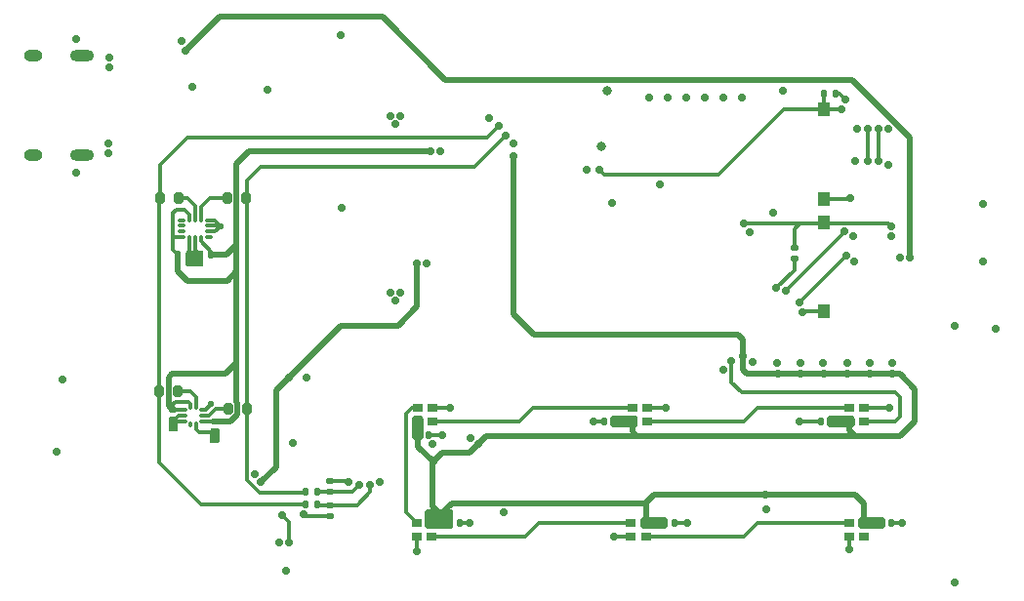
<source format=gbr>
%TF.GenerationSoftware,KiCad,Pcbnew,8.0.8-8.0.8-0~ubuntu24.04.1*%
%TF.CreationDate,2025-05-06T14:12:00+03:00*%
%TF.ProjectId,kicad_soundcard_dev_v0,6b696361-645f-4736-9f75-6e6463617264,rev?*%
%TF.SameCoordinates,Original*%
%TF.FileFunction,Copper,L4,Bot*%
%TF.FilePolarity,Positive*%
%FSLAX46Y46*%
G04 Gerber Fmt 4.6, Leading zero omitted, Abs format (unit mm)*
G04 Created by KiCad (PCBNEW 8.0.8-8.0.8-0~ubuntu24.04.1) date 2025-05-06 14:12:00*
%MOMM*%
%LPD*%
G01*
G04 APERTURE LIST*
G04 Aperture macros list*
%AMRoundRect*
0 Rectangle with rounded corners*
0 $1 Rounding radius*
0 $2 $3 $4 $5 $6 $7 $8 $9 X,Y pos of 4 corners*
0 Add a 4 corners polygon primitive as box body*
4,1,4,$2,$3,$4,$5,$6,$7,$8,$9,$2,$3,0*
0 Add four circle primitives for the rounded corners*
1,1,$1+$1,$2,$3*
1,1,$1+$1,$4,$5*
1,1,$1+$1,$6,$7*
1,1,$1+$1,$8,$9*
0 Add four rect primitives between the rounded corners*
20,1,$1+$1,$2,$3,$4,$5,0*
20,1,$1+$1,$4,$5,$6,$7,0*
20,1,$1+$1,$6,$7,$8,$9,0*
20,1,$1+$1,$8,$9,$2,$3,0*%
G04 Aperture macros list end*
%TA.AperFunction,SMDPad,CuDef*%
%ADD10RoundRect,0.200000X-0.200000X-0.275000X0.200000X-0.275000X0.200000X0.275000X-0.200000X0.275000X0*%
%TD*%
%TA.AperFunction,SMDPad,CuDef*%
%ADD11RoundRect,0.200000X0.200000X0.275000X-0.200000X0.275000X-0.200000X-0.275000X0.200000X-0.275000X0*%
%TD*%
%TA.AperFunction,HeatsinkPad*%
%ADD12O,2.100000X1.000000*%
%TD*%
%TA.AperFunction,HeatsinkPad*%
%ADD13O,1.600000X1.000000*%
%TD*%
%TA.AperFunction,SMDPad,CuDef*%
%ADD14RoundRect,0.140000X0.170000X-0.140000X0.170000X0.140000X-0.170000X0.140000X-0.170000X-0.140000X0*%
%TD*%
%TA.AperFunction,SMDPad,CuDef*%
%ADD15RoundRect,0.050000X-0.350000X-0.300000X0.350000X-0.300000X0.350000X0.300000X-0.350000X0.300000X0*%
%TD*%
%TA.AperFunction,SMDPad,CuDef*%
%ADD16RoundRect,0.140000X-0.140000X-0.170000X0.140000X-0.170000X0.140000X0.170000X-0.140000X0.170000X0*%
%TD*%
%TA.AperFunction,SMDPad,CuDef*%
%ADD17RoundRect,0.135000X0.135000X0.185000X-0.135000X0.185000X-0.135000X-0.185000X0.135000X-0.185000X0*%
%TD*%
%TA.AperFunction,SMDPad,CuDef*%
%ADD18RoundRect,0.050000X0.350000X0.300000X-0.350000X0.300000X-0.350000X-0.300000X0.350000X-0.300000X0*%
%TD*%
%TA.AperFunction,SMDPad,CuDef*%
%ADD19RoundRect,0.140000X-0.170000X0.140000X-0.170000X-0.140000X0.170000X-0.140000X0.170000X0.140000X0*%
%TD*%
%TA.AperFunction,SMDPad,CuDef*%
%ADD20RoundRect,0.140000X0.140000X0.170000X-0.140000X0.170000X-0.140000X-0.170000X0.140000X-0.170000X0*%
%TD*%
%TA.AperFunction,SMDPad,CuDef*%
%ADD21R,1.000000X1.250000*%
%TD*%
%TA.AperFunction,SMDPad,CuDef*%
%ADD22RoundRect,0.087500X0.087500X0.225000X-0.087500X0.225000X-0.087500X-0.225000X0.087500X-0.225000X0*%
%TD*%
%TA.AperFunction,SMDPad,CuDef*%
%ADD23RoundRect,0.087500X0.225000X0.087500X-0.225000X0.087500X-0.225000X-0.087500X0.225000X-0.087500X0*%
%TD*%
%TA.AperFunction,SMDPad,CuDef*%
%ADD24RoundRect,0.087500X-0.087500X0.125000X-0.087500X-0.125000X0.087500X-0.125000X0.087500X0.125000X0*%
%TD*%
%TA.AperFunction,SMDPad,CuDef*%
%ADD25RoundRect,0.087500X-0.125000X0.087500X-0.125000X-0.087500X0.125000X-0.087500X0.125000X0.087500X0*%
%TD*%
%TA.AperFunction,ViaPad*%
%ADD26C,0.700000*%
%TD*%
%TA.AperFunction,ViaPad*%
%ADD27C,0.800000*%
%TD*%
%TA.AperFunction,ViaPad*%
%ADD28C,0.550000*%
%TD*%
%TA.AperFunction,Conductor*%
%ADD29C,0.300000*%
%TD*%
%TA.AperFunction,Conductor*%
%ADD30C,0.500000*%
%TD*%
%TA.AperFunction,Conductor*%
%ADD31C,0.150000*%
%TD*%
%TA.AperFunction,Conductor*%
%ADD32C,0.349300*%
%TD*%
G04 APERTURE END LIST*
D10*
%TO.P,R304,1*%
%TO.N,Net-(U302-SDA)*%
X157875000Y-94800000D03*
%TO.P,R304,2*%
%TO.N,I2C_SDA*%
X159525000Y-94800000D03*
%TD*%
D11*
%TO.P,R303,2*%
%TO.N,I2C_SCL*%
X151875000Y-93300000D03*
%TO.P,R303,1*%
%TO.N,Net-(U302-SCL)*%
X153525000Y-93300000D03*
%TD*%
%TO.P,R302,1*%
%TO.N,Net-(U301-SCL)*%
X153600000Y-76500000D03*
%TO.P,R302,2*%
%TO.N,I2C_SCL*%
X151950000Y-76500000D03*
%TD*%
D10*
%TO.P,R301,1*%
%TO.N,Net-(U301-SDA)*%
X157775000Y-76500000D03*
%TO.P,R301,2*%
%TO.N,I2C_SDA*%
X159425000Y-76500000D03*
%TD*%
D12*
%TO.P,J101,S1,SHIELD*%
%TO.N,/Power/USB_shield_disconnect*%
X145170000Y-64180000D03*
D13*
X140990000Y-64180000D03*
D12*
X145170000Y-72820000D03*
D13*
X140990000Y-72820000D03*
%TD*%
D14*
%TO.P,C414,1*%
%TO.N,GND*%
X166650000Y-104130000D03*
%TO.P,C414,2*%
%TO.N,/Audio CODEC/ES8388_I2C_CCLK*%
X166650000Y-103170000D03*
%TD*%
D15*
%TO.P,D302,1,VDD*%
%TO.N,+3.3V*%
X194100000Y-104700000D03*
%TO.P,D302,2,DOUT*%
%TO.N,/sense_feedback/WS2812B_Chain2*%
X194100000Y-105900000D03*
%TO.P,D302,3,GND*%
%TO.N,GND*%
X192800000Y-105900000D03*
%TO.P,D302,4,DIN*%
%TO.N,/sense_feedback/WS2812B_Chain1*%
X192800000Y-104700000D03*
%TD*%
D16*
%TO.P,C305,1*%
%TO.N,GND*%
X190520000Y-95900000D03*
%TO.P,C305,2*%
%TO.N,+3.3V*%
X191480000Y-95900000D03*
%TD*%
D17*
%TO.P,R409,1*%
%TO.N,/Audio CODEC/ES8388_I2C_CCLK*%
X165610000Y-103150000D03*
%TO.P,R409,2*%
%TO.N,I2C_SCL*%
X164590000Y-103150000D03*
%TD*%
D18*
%TO.P,D306,1,VDD*%
%TO.N,+3.3V*%
X174300000Y-95900000D03*
%TO.P,D306,2,DOUT*%
%TO.N,/sense_feedback/WS2812B_Chain3*%
X174300000Y-94700000D03*
%TO.P,D306,3,GND*%
%TO.N,GND*%
X175600000Y-94700000D03*
%TO.P,D306,4,DIN*%
%TO.N,/sense_feedback/WS2812B_Chain5*%
X175600000Y-95900000D03*
%TD*%
%TO.P,D304,1,VDD*%
%TO.N,+3.3V*%
X211700000Y-95900000D03*
%TO.P,D304,2,DOUT*%
%TO.N,/sense_feedback/WS2812B_Chain4*%
X211700000Y-94700000D03*
%TO.P,D304,3,GND*%
%TO.N,GND*%
X213000000Y-94700000D03*
%TO.P,D304,4,DIN*%
%TO.N,WS2812B_D*%
X213000000Y-95900000D03*
%TD*%
D19*
%TO.P,C309,2*%
%TO.N,GND*%
X156700000Y-96880000D03*
%TO.P,C309,1*%
%TO.N,+3.3V*%
X156700000Y-95920000D03*
%TD*%
%TO.P,C413,1*%
%TO.N,GND*%
X166650000Y-101070000D03*
%TO.P,C413,2*%
%TO.N,/Audio CODEC/ES8388_I2C_CDATA*%
X166650000Y-102030000D03*
%TD*%
%TO.P,C203,1*%
%TO.N,/MCU/STRAP_GPIO_9*%
X206950000Y-80820000D03*
%TO.P,C203,2*%
%TO.N,GND*%
X206950000Y-81780000D03*
%TD*%
D16*
%TO.P,C308,2*%
%TO.N,+3.3V*%
X156380000Y-81475000D03*
%TO.P,C308,1*%
%TO.N,GND*%
X155420000Y-81475000D03*
%TD*%
D20*
%TO.P,C302,1*%
%TO.N,GND*%
X196580000Y-104700000D03*
%TO.P,C302,2*%
%TO.N,+3.3V*%
X195620000Y-104700000D03*
%TD*%
D16*
%TO.P,C304,1*%
%TO.N,GND*%
X209320000Y-95900000D03*
%TO.P,C304,2*%
%TO.N,+3.3V*%
X210280000Y-95900000D03*
%TD*%
D21*
%TO.P,SW201,1,1*%
%TO.N,GND*%
X209550000Y-86375000D03*
%TO.P,SW201,2,2*%
%TO.N,/MCU/STRAP_GPIO_9*%
X209550000Y-78625000D03*
%TD*%
D20*
%TO.P,C301,1*%
%TO.N,GND*%
X177980000Y-104700000D03*
%TO.P,C301,2*%
%TO.N,+3.3V*%
X177020000Y-104700000D03*
%TD*%
D22*
%TO.P,U301,14,SDA*%
%TO.N,Net-(U301-SDA)*%
X155500000Y-78275000D03*
%TO.P,U301,13,SCL*%
%TO.N,Net-(U301-SCL)*%
X155000000Y-78275000D03*
%TO.P,U301,12,CS*%
%TO.N,+3.3V*%
X154500000Y-78275000D03*
D23*
%TO.P,U301,11,NC*%
%TO.N,unconnected-(U301-NC-Pad11)*%
X153837500Y-78437500D03*
%TO.P,U301,10,NC*%
%TO.N,unconnected-(U301-NC-Pad10)*%
X153837500Y-78937500D03*
%TO.P,U301,9,INT2*%
%TO.N,unconnected-(U301-INT2-Pad9)*%
X153837500Y-79437500D03*
%TO.P,U301,8,VDD*%
%TO.N,+3.3V*%
X153837500Y-79937500D03*
D22*
%TO.P,U301,7,GND*%
%TO.N,GND*%
X154500000Y-80100000D03*
%TO.P,U301,6,GND*%
X155000000Y-80100000D03*
%TO.P,U301,5,VDDIO*%
%TO.N,+3.3V*%
X155500000Y-80100000D03*
D23*
%TO.P,U301,4,INT1*%
%TO.N,unconnected-(U301-INT1-Pad4)*%
X156162500Y-79937500D03*
%TO.P,U301,3,SCX*%
%TO.N,GND*%
X156162500Y-79437500D03*
%TO.P,U301,2,SDX*%
X156162500Y-78937500D03*
%TO.P,U301,1,SDO/SA0*%
X156162500Y-78437500D03*
%TD*%
D17*
%TO.P,R410,1*%
%TO.N,/Audio CODEC/ES8388_I2C_CDATA*%
X165610000Y-102000000D03*
%TO.P,R410,2*%
%TO.N,I2C_SDA*%
X164590000Y-102000000D03*
%TD*%
D21*
%TO.P,SW202,1,1*%
%TO.N,GND*%
X209550000Y-76575000D03*
%TO.P,SW202,2,2*%
%TO.N,/MCU/CHIP_PU*%
X209550000Y-68825000D03*
%TD*%
D18*
%TO.P,D305,1,VDD*%
%TO.N,+3.3V*%
X192900000Y-95900000D03*
%TO.P,D305,2,DOUT*%
%TO.N,/sense_feedback/WS2812B_Chain5*%
X192900000Y-94700000D03*
%TO.P,D305,3,GND*%
%TO.N,GND*%
X194200000Y-94700000D03*
%TO.P,D305,4,DIN*%
%TO.N,/sense_feedback/WS2812B_Chain4*%
X194200000Y-95900000D03*
%TD*%
D15*
%TO.P,D301,1,VDD*%
%TO.N,+3.3V*%
X175500000Y-104700000D03*
%TO.P,D301,2,DOUT*%
%TO.N,/sense_feedback/WS2812B_Chain1*%
X175500000Y-105900000D03*
%TO.P,D301,3,GND*%
%TO.N,GND*%
X174200000Y-105900000D03*
%TO.P,D301,4,DIN*%
%TO.N,/sense_feedback/WS2812B_Chain3*%
X174200000Y-104700000D03*
%TD*%
%TO.P,D303,1,VDD*%
%TO.N,+3.3V*%
X213000000Y-104700000D03*
%TO.P,D303,2,DOUT*%
%TO.N,unconnected-(D303-DOUT-Pad2)*%
X213000000Y-105900000D03*
%TO.P,D303,3,GND*%
%TO.N,GND*%
X211700000Y-105900000D03*
%TO.P,D303,4,DIN*%
%TO.N,/sense_feedback/WS2812B_Chain2*%
X211700000Y-104700000D03*
%TD*%
D24*
%TO.P,U302,1,CSB*%
%TO.N,+3.3V*%
X154612500Y-94637500D03*
%TO.P,U302,2,SCL*%
%TO.N,Net-(U302-SCL)*%
X155112500Y-94637500D03*
D25*
%TO.P,U302,3,VSS*%
%TO.N,GND*%
X155625000Y-94900000D03*
%TO.P,U302,4,SDA*%
%TO.N,Net-(U302-SDA)*%
X155625000Y-95400000D03*
%TO.P,U302,5,VDD*%
%TO.N,+3.3V*%
X155625000Y-95900000D03*
D24*
%TO.P,U302,6,SD0*%
%TO.N,GND*%
X155112500Y-96162500D03*
%TO.P,U302,7,INT*%
%TO.N,unconnected-(U302-INT-Pad7)*%
X154612500Y-96162500D03*
D25*
%TO.P,U302,8,RESV*%
%TO.N,GND*%
X154100000Y-95900000D03*
%TO.P,U302,9,RESV*%
X154100000Y-95400000D03*
%TO.P,U302,10,VDDIO*%
%TO.N,+3.3V*%
X154100000Y-94900000D03*
%TD*%
D20*
%TO.P,C303,1*%
%TO.N,GND*%
X215380000Y-104700000D03*
%TO.P,C303,2*%
%TO.N,+3.3V*%
X214420000Y-104700000D03*
%TD*%
%TO.P,C306,1*%
%TO.N,GND*%
X175280000Y-97100000D03*
%TO.P,C306,2*%
%TO.N,+3.3V*%
X174320000Y-97100000D03*
%TD*%
D16*
%TO.P,C204,1*%
%TO.N,/MCU/CHIP_PU*%
X209570000Y-67450000D03*
%TO.P,C204,2*%
%TO.N,GND*%
X210530000Y-67450000D03*
%TD*%
D14*
%TO.P,C310,1*%
%TO.N,GND*%
X153100000Y-95880000D03*
%TO.P,C310,2*%
%TO.N,+3.3V*%
X153100000Y-94920000D03*
%TD*%
D16*
%TO.P,C307,2*%
%TO.N,GND*%
X154480000Y-81475000D03*
%TO.P,C307,1*%
%TO.N,+3.3V*%
X153520000Y-81475000D03*
%TD*%
D26*
%TO.N,GND*%
X189510000Y-95910000D03*
X200800000Y-91400000D03*
X206000000Y-67200000D03*
X202400000Y-67800000D03*
X200800000Y-67800000D03*
X199200000Y-67800000D03*
X197600000Y-67800000D03*
X196000000Y-67800000D03*
X194400000Y-67800000D03*
X205150000Y-77800000D03*
X195300000Y-75300000D03*
X191150000Y-76950000D03*
X211800000Y-76550000D03*
%TO.N,+3.3V*%
X182600000Y-72900000D03*
%TO.N,GND*%
X207400000Y-95900000D03*
X176300000Y-72500000D03*
%TO.N,+3.3V*%
X175400000Y-72500000D03*
%TO.N,GND*%
X180500000Y-69600000D03*
X182600000Y-71800000D03*
%TO.N,I2C_SCL*%
X181350000Y-70250000D03*
%TO.N,I2C_SDA*%
X181900000Y-71100000D03*
%TO.N,VBUS*%
X217000000Y-81650000D03*
X154150000Y-63700000D03*
%TO.N,GND*%
X162912500Y-108900000D03*
D27*
X190750000Y-67200000D03*
D26*
X147500000Y-72600000D03*
X205400000Y-84300000D03*
X163500000Y-97750000D03*
X174200000Y-107200000D03*
X175600000Y-97900000D03*
X207525000Y-90800000D03*
X167650000Y-62350000D03*
X212100000Y-79800000D03*
X220900000Y-109900000D03*
X144650000Y-62700000D03*
X153800000Y-62900000D03*
X172350000Y-85400000D03*
X160189998Y-100519998D03*
X143000000Y-98500000D03*
X178909481Y-97313792D03*
X181750000Y-103775000D03*
X164675000Y-92075000D03*
X171950000Y-69400000D03*
X203075000Y-79525000D03*
X213525000Y-90800000D03*
X204500000Y-103500000D03*
X216300000Y-104700000D03*
X212450000Y-70500000D03*
X188950000Y-74050000D03*
X167700000Y-77400000D03*
X211700000Y-107000000D03*
D27*
X190200000Y-72000000D03*
D28*
X156400000Y-94400000D03*
D26*
X143480000Y-92280000D03*
X209475000Y-90800000D03*
X223350000Y-77000000D03*
X175100000Y-82200000D03*
X171000000Y-101150000D03*
D28*
X156700000Y-97500000D03*
X153100000Y-96500000D03*
D26*
X154750000Y-66900000D03*
D28*
X155000000Y-82075000D03*
D26*
X215400000Y-79800000D03*
X220910000Y-87640000D03*
X147550000Y-65200000D03*
X178800000Y-104700000D03*
X147500000Y-71799997D03*
X203380000Y-90720000D03*
X172750000Y-69400000D03*
X224470000Y-87870000D03*
X215200000Y-94700000D03*
X147550000Y-64300000D03*
X223350000Y-82050000D03*
X164412500Y-104000000D03*
X197700000Y-104700000D03*
X215150000Y-73650000D03*
X212200000Y-73350000D03*
X172350000Y-70100000D03*
X161300000Y-67150000D03*
X144650000Y-74300000D03*
X171950000Y-84700000D03*
X207700000Y-86400000D03*
X172750000Y-84700000D03*
X195800000Y-94700000D03*
X215150000Y-70500000D03*
X211400000Y-68000000D03*
X211525000Y-90800000D03*
X176400000Y-97100000D03*
X216100000Y-81700000D03*
D28*
X157200000Y-78975000D03*
D26*
X191300000Y-105900000D03*
X177100000Y-94700000D03*
X212163740Y-82030993D03*
X215500000Y-90800000D03*
X205500000Y-90800000D03*
X168275001Y-101125000D03*
X162250000Y-106450000D03*
%TO.N,+3.3VA*%
X163125000Y-92075000D03*
X174250000Y-82200000D03*
X160700000Y-101200000D03*
%TO.N,+3.3V*%
X207525000Y-91775000D03*
X215500000Y-91800000D03*
X209500000Y-91775000D03*
X204475000Y-102275000D03*
X211525000Y-91800000D03*
X179525000Y-97900000D03*
X213525000Y-91800000D03*
X175625000Y-99425000D03*
X202500000Y-90220000D03*
X176300000Y-104000000D03*
X205525000Y-91775000D03*
%TO.N,/MCU/STRAP_GPIO_9*%
X215350000Y-78950000D03*
X202550000Y-78750000D03*
%TO.N,/MCU/CHIP_PU*%
X190050000Y-74050000D03*
X211050000Y-68800000D03*
%TO.N,/Audio CODEC/AUX_VREF*%
X162575000Y-104025000D03*
X163150000Y-106450000D03*
%TO.N,/Audio CODEC/ES8388_I2C_CDATA*%
X169250000Y-101450000D03*
%TO.N,/Audio CODEC/ES8388_I2C_CCLK*%
X170175000Y-101425000D03*
%TO.N,/MCU/FTDI_RTS*%
X213350000Y-70500000D03*
X213300000Y-73350000D03*
%TO.N,WS2812B_D*%
X201500000Y-90700000D03*
%TO.N,/MCU/DTR*%
X214300000Y-73300000D03*
X214300000Y-70500000D03*
%TO.N,/MCU/SDIO_DAT2*%
X207400000Y-85600000D03*
X211500000Y-81500000D03*
%TO.N,/MCU/SDIO_DAT3*%
X211300000Y-79400000D03*
X206200000Y-84600000D03*
%TD*%
D29*
%TO.N,GND*%
X189520000Y-95900000D02*
X189510000Y-95910000D01*
X190520000Y-95900000D02*
X189520000Y-95900000D01*
D30*
%TO.N,+3.3V*%
X212200000Y-97200000D02*
X193300000Y-97200000D01*
X179525000Y-97900000D02*
X180225000Y-97200000D01*
X180225000Y-97200000D02*
X193300000Y-97200000D01*
X176300000Y-104000000D02*
X177275000Y-103025000D01*
X177275000Y-103025000D02*
X194055000Y-103025000D01*
X194055000Y-103025000D02*
X194100000Y-102980000D01*
X194100000Y-104700000D02*
X194100000Y-102980000D01*
X194100000Y-102980000D02*
X194805000Y-102275000D01*
X194805000Y-102275000D02*
X204475000Y-102275000D01*
X202500000Y-90220000D02*
X202500000Y-88800000D01*
X182600000Y-86600000D02*
X182600000Y-72900000D01*
X202500000Y-88800000D02*
X202100000Y-88400000D01*
X202100000Y-88400000D02*
X184400000Y-88400000D01*
X184400000Y-88400000D02*
X182600000Y-86600000D01*
X202875000Y-91775000D02*
X205525000Y-91775000D01*
X202500000Y-91400000D02*
X202875000Y-91775000D01*
X202500000Y-90220000D02*
X202500000Y-91400000D01*
D29*
%TO.N,GND*%
X211775000Y-76575000D02*
X211800000Y-76550000D01*
X209550000Y-76575000D02*
X211775000Y-76575000D01*
X210530000Y-67450000D02*
X210850000Y-67450000D01*
X210850000Y-67450000D02*
X211400000Y-68000000D01*
%TO.N,/MCU/CHIP_PU*%
X209570000Y-67450000D02*
X209570000Y-68805000D01*
X209570000Y-68805000D02*
X209550000Y-68825000D01*
%TO.N,GND*%
X209550000Y-86375000D02*
X207725000Y-86375000D01*
X207725000Y-86375000D02*
X207700000Y-86400000D01*
X206950000Y-81780000D02*
X206950000Y-82750000D01*
X206950000Y-82750000D02*
X205400000Y-84300000D01*
%TO.N,/MCU/STRAP_GPIO_9*%
X202550000Y-78750000D02*
X207400000Y-78750000D01*
X207400000Y-78750000D02*
X209550000Y-78750000D01*
X206950000Y-80820000D02*
X206950000Y-79200000D01*
X206950000Y-79200000D02*
X207400000Y-78750000D01*
D30*
%TO.N,+3.3VA*%
X160700000Y-101200000D02*
X162000000Y-99900000D01*
X162000000Y-99900000D02*
X162000000Y-93200000D01*
X162000000Y-93200000D02*
X163125000Y-92075000D01*
X174250000Y-82200000D02*
X174250000Y-85950000D01*
X174250000Y-85950000D02*
X172590000Y-87610000D01*
X172590000Y-87610000D02*
X167590000Y-87610000D01*
X167590000Y-87610000D02*
X163125000Y-92075000D01*
%TO.N,+3.3V*%
X211700000Y-95900000D02*
X211700000Y-96700000D01*
X211700000Y-96700000D02*
X212200000Y-97200000D01*
X212200000Y-97200000D02*
X216100000Y-97200000D01*
X216100000Y-97200000D02*
X217400000Y-95900000D01*
X217400000Y-95900000D02*
X217400000Y-93100000D01*
X217400000Y-93100000D02*
X216100000Y-91800000D01*
X216100000Y-91800000D02*
X215500000Y-91800000D01*
D29*
%TO.N,GND*%
X209320000Y-95900000D02*
X207400000Y-95900000D01*
D30*
%TO.N,+3.3V*%
X176300000Y-104000000D02*
X175600000Y-103300000D01*
X175600000Y-99450000D02*
X175625000Y-99425000D01*
X175600000Y-103300000D02*
X175600000Y-99450000D01*
D29*
%TO.N,WS2812B_D*%
X201500000Y-90700000D02*
X201500000Y-92500000D01*
X201500000Y-92500000D02*
X202400000Y-93400000D01*
X202400000Y-93400000D02*
X215700000Y-93400000D01*
X215700000Y-93400000D02*
X216100000Y-93800000D01*
X216100000Y-93800000D02*
X216100000Y-95500000D01*
X216100000Y-95500000D02*
X215700000Y-95900000D01*
X215700000Y-95900000D02*
X213000000Y-95900000D01*
%TO.N,+3.3V*%
X154500000Y-78275000D02*
X154500000Y-77962501D01*
X154500000Y-77962501D02*
X154037499Y-77500000D01*
X154037499Y-77500000D02*
X153400000Y-77500000D01*
X153100000Y-79900000D02*
X153137500Y-79937500D01*
X153400000Y-77500000D02*
X153100000Y-77800000D01*
X153100000Y-77800000D02*
X153100000Y-79900000D01*
D30*
X158600000Y-80600000D02*
X158600000Y-73600000D01*
X158600000Y-73600000D02*
X159700000Y-72500000D01*
X159700000Y-72500000D02*
X175400000Y-72500000D01*
X153000000Y-91800000D02*
X157600000Y-91800000D01*
X153100000Y-94920000D02*
X152725000Y-94545000D01*
X152725000Y-94545000D02*
X152725000Y-92075000D01*
X152725000Y-92075000D02*
X153000000Y-91800000D01*
X158600000Y-94195930D02*
X158600000Y-90600000D01*
X158600000Y-90600000D02*
X158600000Y-82900000D01*
X157600000Y-91800000D02*
X158600000Y-90800000D01*
X158600000Y-90800000D02*
X158600000Y-90600000D01*
X153520000Y-81784999D02*
X153500000Y-81804999D01*
X158600000Y-82900000D02*
X158600000Y-80600000D01*
X153500000Y-82900000D02*
X154300000Y-83700000D01*
X153520000Y-81475000D02*
X153520000Y-81784999D01*
X153500000Y-81804999D02*
X153500000Y-82900000D01*
X154300000Y-83700000D02*
X157800000Y-83700000D01*
X157800000Y-83700000D02*
X158600000Y-82900000D01*
X156380000Y-81475000D02*
X157725000Y-81475000D01*
X157725000Y-81475000D02*
X158600000Y-80600000D01*
X156700000Y-95920000D02*
X158084070Y-95920000D01*
X158084070Y-95920000D02*
X158675000Y-95329070D01*
X158675000Y-95329070D02*
X158675000Y-94270930D01*
X158675000Y-94270930D02*
X158600000Y-94195930D01*
D29*
%TO.N,I2C_SCL*%
X181350000Y-70250000D02*
X180300000Y-71300000D01*
X180300000Y-71300000D02*
X154300000Y-71300000D01*
X154300000Y-71300000D02*
X151950000Y-73650000D01*
X151950000Y-73650000D02*
X151950000Y-76500000D01*
%TO.N,I2C_SDA*%
X159500000Y-101000000D02*
X159500000Y-94800000D01*
X159500000Y-94800000D02*
X159500000Y-76500000D01*
X159525000Y-94800000D02*
X159500000Y-94800000D01*
X159500000Y-76500000D02*
X159500000Y-75000000D01*
X159425000Y-76500000D02*
X159500000Y-76500000D01*
%TO.N,I2C_SCL*%
X164590000Y-103150000D02*
X155550000Y-103150000D01*
X151875000Y-76575000D02*
X151950000Y-76500000D01*
X155550000Y-103150000D02*
X151875000Y-99475000D01*
X151875000Y-99475000D02*
X151875000Y-76575000D01*
%TO.N,I2C_SDA*%
X164590000Y-102000000D02*
X164520000Y-102070000D01*
X164520000Y-102070000D02*
X160570000Y-102070000D01*
X160570000Y-102070000D02*
X159500000Y-101000000D01*
X179200000Y-73800000D02*
X181900000Y-71100000D01*
X159500000Y-75000000D02*
X160700000Y-73800000D01*
X160700000Y-73800000D02*
X179200000Y-73800000D01*
%TO.N,Net-(U301-SDA)*%
X156300000Y-76500000D02*
X155500000Y-77300000D01*
X157775000Y-76500000D02*
X156300000Y-76500000D01*
X155500000Y-77300000D02*
X155500000Y-78275000D01*
%TO.N,Net-(U301-SCL)*%
X154300000Y-76500000D02*
X155000000Y-77200000D01*
X153600000Y-76500000D02*
X154300000Y-76500000D01*
X155000000Y-77200000D02*
X155000000Y-78275000D01*
%TO.N,Net-(U302-SCL)*%
X153525000Y-93300000D02*
X154600000Y-93300000D01*
X154600000Y-93300000D02*
X155112500Y-93812500D01*
X155112500Y-93812500D02*
X155112500Y-94637500D01*
%TO.N,Net-(U302-SDA)*%
X155625000Y-95400000D02*
X156213173Y-95400000D01*
X156213173Y-95400000D02*
X156813173Y-94800000D01*
X156813173Y-94800000D02*
X157875000Y-94800000D01*
D30*
%TO.N,VBUS*%
X154150000Y-63700000D02*
X154200000Y-63700000D01*
X216950000Y-81150000D02*
X216950000Y-81600000D01*
X154200000Y-63700000D02*
X157100000Y-60800000D01*
X176700000Y-66250000D02*
X211960661Y-66250000D01*
X216950000Y-81600000D02*
X217000000Y-81650000D01*
X157100000Y-60800000D02*
X171250000Y-60800000D01*
X211960661Y-66250000D02*
X216950000Y-71239339D01*
X171250000Y-60800000D02*
X176700000Y-66250000D01*
X216950000Y-71239339D02*
X216950000Y-81150000D01*
D29*
%TO.N,GND*%
X156162500Y-79437500D02*
X156737500Y-79437500D01*
X215380000Y-104700000D02*
X216300000Y-104700000D01*
X174200000Y-105900000D02*
X174200000Y-107200000D01*
X155112500Y-96612500D02*
X155112500Y-96162500D01*
X196580000Y-104700000D02*
X197700000Y-104700000D01*
X194200000Y-94700000D02*
X195800000Y-94700000D01*
X154080000Y-95880000D02*
X154100000Y-95900000D01*
X154500000Y-80100000D02*
X154500000Y-81455000D01*
X166650000Y-101070000D02*
X168220001Y-101070000D01*
X157162500Y-78937500D02*
X157200000Y-78975000D01*
X192800000Y-105900000D02*
X191300000Y-105900000D01*
X166650000Y-104130000D02*
X164542500Y-104130000D01*
X156737500Y-79437500D02*
X157200000Y-78975000D01*
X211700000Y-105900000D02*
X211700000Y-107000000D01*
X154500000Y-81455000D02*
X154480000Y-81475000D01*
X156162500Y-78937500D02*
X157162500Y-78937500D01*
X155000000Y-80100000D02*
X155000000Y-81055000D01*
X177980000Y-104700000D02*
X178800000Y-104700000D01*
X154100000Y-95400000D02*
X153580000Y-95400000D01*
X153580000Y-95400000D02*
X153100000Y-95880000D01*
X156700000Y-96880000D02*
X155380000Y-96880000D01*
X175600000Y-94700000D02*
X177100000Y-94700000D01*
X164542500Y-104130000D02*
X164412500Y-104000000D01*
X155000000Y-81055000D02*
X155420000Y-81475000D01*
X156162500Y-78437500D02*
X156662500Y-78437500D01*
X168220001Y-101070000D02*
X168275001Y-101125000D01*
X215200000Y-94700000D02*
X213000000Y-94700000D01*
X175280000Y-97100000D02*
X176400000Y-97100000D01*
X155380000Y-96880000D02*
X155112500Y-96612500D01*
X155900000Y-94900000D02*
X156400000Y-94400000D01*
X155625000Y-94900000D02*
X155900000Y-94900000D01*
X156662500Y-78437500D02*
X157200000Y-78975000D01*
X153100000Y-95880000D02*
X154080000Y-95880000D01*
D30*
%TO.N,+3.3V*%
X176425000Y-98625000D02*
X178800000Y-98625000D01*
X213000000Y-103000000D02*
X213000000Y-104700000D01*
D29*
X154080000Y-94880000D02*
X154100000Y-94900000D01*
D30*
X209525000Y-91800000D02*
X209500000Y-91775000D01*
X204475000Y-102275000D02*
X212275000Y-102275000D01*
D29*
X154100000Y-94900000D02*
X153120000Y-94900000D01*
X153100000Y-81055000D02*
X153520000Y-81475000D01*
X153300000Y-94200000D02*
X153100000Y-94400000D01*
X153120000Y-94900000D02*
X153100000Y-94920000D01*
D30*
X191500000Y-95920000D02*
X191480000Y-95900000D01*
X174320000Y-97100000D02*
X174320000Y-98120000D01*
D29*
X155500000Y-80275000D02*
X156380000Y-81155000D01*
D30*
X193300000Y-97200000D02*
X192900000Y-96800000D01*
X211525000Y-91800000D02*
X209525000Y-91800000D01*
X213525000Y-91800000D02*
X211525000Y-91800000D01*
D29*
X153100000Y-94400000D02*
X153100000Y-94920000D01*
X154612500Y-94412500D02*
X154400000Y-94200000D01*
X153837500Y-79937500D02*
X153137500Y-79937500D01*
X154612500Y-94637500D02*
X154612500Y-94412500D01*
D30*
X207525000Y-91775000D02*
X205525000Y-91775000D01*
X174320000Y-98120000D02*
X175625000Y-99425000D01*
D29*
X156380000Y-81155000D02*
X156380000Y-81475000D01*
D30*
X215500000Y-91800000D02*
X213525000Y-91800000D01*
X175625000Y-99425000D02*
X176425000Y-98625000D01*
D29*
X155500000Y-80100000D02*
X155500000Y-80275000D01*
D30*
X209500000Y-91775000D02*
X207525000Y-91775000D01*
D29*
X156700000Y-95920000D02*
X155645000Y-95920000D01*
D30*
X212275000Y-102275000D02*
X213000000Y-103000000D01*
D29*
X154400000Y-94200000D02*
X153300000Y-94200000D01*
X153100000Y-79975000D02*
X153100000Y-81055000D01*
X155645000Y-95920000D02*
X155625000Y-95900000D01*
D30*
X178800000Y-98625000D02*
X179525000Y-97900000D01*
X192900000Y-96800000D02*
X192900000Y-95900000D01*
D29*
X153137500Y-79937500D02*
X153100000Y-79975000D01*
%TO.N,/MCU/STRAP_GPIO_9*%
X209550000Y-78625000D02*
X209550000Y-78750000D01*
X215350000Y-78950000D02*
X215150000Y-78750000D01*
X215150000Y-78750000D02*
X209550000Y-78750000D01*
%TO.N,/MCU/CHIP_PU*%
X206100000Y-68800000D02*
X200400000Y-74500000D01*
X209550000Y-68825000D02*
X209550000Y-68800000D01*
X190500000Y-74500000D02*
X190050000Y-74050000D01*
X200400000Y-74500000D02*
X190500000Y-74500000D01*
X211050000Y-68800000D02*
X209550000Y-68800000D01*
%TO.N,/Audio CODEC/AUX_VREF*%
X162575000Y-104025000D02*
X163150000Y-104600000D01*
X163150000Y-104600000D02*
X163150000Y-106450000D01*
%TO.N,/Audio CODEC/ES8388_I2C_CDATA*%
X165640000Y-102030000D02*
X165610000Y-102000000D01*
D31*
X166620000Y-102000000D02*
X166650000Y-102030000D01*
D29*
X168670000Y-102030000D02*
X169250000Y-101450000D01*
X166650000Y-102030000D02*
X165640000Y-102030000D01*
X166650000Y-102030000D02*
X168670000Y-102030000D01*
%TO.N,/Audio CODEC/ES8388_I2C_CCLK*%
X169030000Y-103170000D02*
X170175000Y-102025000D01*
X170175000Y-102025000D02*
X170175000Y-101425000D01*
X165630000Y-103170000D02*
X165610000Y-103150000D01*
X166650000Y-103170000D02*
X165630000Y-103170000D01*
D31*
X166630000Y-103150000D02*
X166650000Y-103170000D01*
D29*
X166650000Y-103170000D02*
X169030000Y-103170000D01*
%TO.N,/MCU/FTDI_RTS*%
X213300000Y-73350000D02*
X213300000Y-70550000D01*
X213300000Y-70550000D02*
X213350000Y-70500000D01*
%TO.N,/sense_feedback/WS2812B_Chain1*%
X183600000Y-105900000D02*
X184800000Y-104700000D01*
X175500000Y-105900000D02*
X183600000Y-105900000D01*
X184800000Y-104700000D02*
X192800000Y-104700000D01*
%TO.N,/sense_feedback/WS2812B_Chain2*%
X194100000Y-105900000D02*
X202600000Y-105900000D01*
X203800000Y-104700000D02*
X211700000Y-104700000D01*
X202600000Y-105900000D02*
X203800000Y-104700000D01*
%TO.N,/sense_feedback/WS2812B_Chain3*%
X174200000Y-104700000D02*
X173300000Y-103800000D01*
X173300000Y-95200000D02*
X173300000Y-103800000D01*
X174300000Y-94700000D02*
X173800000Y-94700000D01*
X173800000Y-94700000D02*
X173300000Y-95200000D01*
%TO.N,/sense_feedback/WS2812B_Chain4*%
X203800000Y-94700000D02*
X211700000Y-94700000D01*
X202600000Y-95900000D02*
X203800000Y-94700000D01*
X194200000Y-95900000D02*
X202600000Y-95900000D01*
%TO.N,/sense_feedback/WS2812B_Chain5*%
X183100000Y-95900000D02*
X184300000Y-94700000D01*
X184300000Y-94700000D02*
X192900000Y-94700000D01*
X175600000Y-95900000D02*
X183100000Y-95900000D01*
%TO.N,/MCU/DTR*%
X214300000Y-73300000D02*
X214300000Y-70500000D01*
D32*
%TO.N,/MCU/SDIO_DAT2*%
X207400000Y-85600000D02*
X211500000Y-81500000D01*
%TO.N,/MCU/SDIO_DAT3*%
X206200000Y-84600000D02*
X211300000Y-79500000D01*
X211300000Y-79500000D02*
X211300000Y-79400000D01*
D29*
%TO.N,/MCU/CHIP_PU*%
X209550000Y-68800000D02*
X206100000Y-68800000D01*
%TD*%
%TA.AperFunction,Conductor*%
%TO.N,GND*%
G36*
X157015677Y-96519685D02*
G01*
X157036319Y-96536319D01*
X157063681Y-96563681D01*
X157097166Y-96625004D01*
X157100000Y-96651362D01*
X157100000Y-97648638D01*
X157080315Y-97715677D01*
X157063681Y-97736319D01*
X157036319Y-97763681D01*
X156974996Y-97797166D01*
X156948638Y-97800000D01*
X156451362Y-97800000D01*
X156384323Y-97780315D01*
X156363681Y-97763681D01*
X156336319Y-97736319D01*
X156302834Y-97674996D01*
X156300000Y-97648638D01*
X156300000Y-96651362D01*
X156319685Y-96584323D01*
X156336319Y-96563681D01*
X156363681Y-96536319D01*
X156425004Y-96502834D01*
X156451362Y-96500000D01*
X156948638Y-96500000D01*
X157015677Y-96519685D01*
G37*
%TD.AperFunction*%
%TD*%
%TA.AperFunction,Conductor*%
%TO.N,GND*%
G36*
X153415677Y-95519685D02*
G01*
X153436319Y-95536319D01*
X153463681Y-95563681D01*
X153497166Y-95625004D01*
X153500000Y-95651362D01*
X153500000Y-96648638D01*
X153480315Y-96715677D01*
X153463681Y-96736319D01*
X153436319Y-96763681D01*
X153374996Y-96797166D01*
X153348638Y-96800000D01*
X152851362Y-96800000D01*
X152784323Y-96780315D01*
X152763681Y-96763681D01*
X152736319Y-96736319D01*
X152702834Y-96674996D01*
X152700000Y-96648638D01*
X152700000Y-95651362D01*
X152719685Y-95584323D01*
X152736319Y-95563681D01*
X152763681Y-95536319D01*
X152825004Y-95502834D01*
X152851362Y-95500000D01*
X153348638Y-95500000D01*
X153415677Y-95519685D01*
G37*
%TD.AperFunction*%
%TD*%
%TA.AperFunction,Conductor*%
%TO.N,GND*%
G36*
X155615677Y-81094685D02*
G01*
X155636319Y-81111319D01*
X155663681Y-81138681D01*
X155697166Y-81200004D01*
X155700000Y-81226362D01*
X155700000Y-82323638D01*
X155680315Y-82390677D01*
X155663681Y-82411319D01*
X155636319Y-82438681D01*
X155574996Y-82472166D01*
X155548638Y-82475000D01*
X154351362Y-82475000D01*
X154284323Y-82455315D01*
X154263681Y-82438681D01*
X154236319Y-82411319D01*
X154202834Y-82349996D01*
X154200000Y-82323638D01*
X154200000Y-81226362D01*
X154219685Y-81159323D01*
X154236319Y-81138681D01*
X154263681Y-81111319D01*
X154325004Y-81077834D01*
X154351362Y-81075000D01*
X155548638Y-81075000D01*
X155615677Y-81094685D01*
G37*
%TD.AperFunction*%
%TD*%
%TA.AperFunction,Conductor*%
%TO.N,+3.3V*%
G36*
X177215677Y-103519685D02*
G01*
X177236319Y-103536319D01*
X177363681Y-103663681D01*
X177397166Y-103725004D01*
X177400000Y-103751362D01*
X177400000Y-104948638D01*
X177380315Y-105015677D01*
X177363681Y-105036319D01*
X177236319Y-105163681D01*
X177174996Y-105197166D01*
X177148638Y-105200000D01*
X175151362Y-105200000D01*
X175084323Y-105180315D01*
X175063681Y-105163681D01*
X174936319Y-105036319D01*
X174902834Y-104974996D01*
X174900000Y-104948638D01*
X174900000Y-103751362D01*
X174919685Y-103684323D01*
X174936319Y-103663681D01*
X175063681Y-103536319D01*
X175125004Y-103502834D01*
X175151362Y-103500000D01*
X177148638Y-103500000D01*
X177215677Y-103519685D01*
G37*
%TD.AperFunction*%
%TD*%
%TA.AperFunction,Conductor*%
%TO.N,+3.3V*%
G36*
X193215677Y-95419685D02*
G01*
X193236319Y-95436319D01*
X193363681Y-95563681D01*
X193397166Y-95625004D01*
X193400000Y-95651362D01*
X193400000Y-96148638D01*
X193380315Y-96215677D01*
X193363681Y-96236319D01*
X193236319Y-96363681D01*
X193174996Y-96397166D01*
X193148638Y-96400000D01*
X191251362Y-96400000D01*
X191184323Y-96380315D01*
X191163681Y-96363681D01*
X191036319Y-96236319D01*
X191002834Y-96174996D01*
X191000000Y-96148638D01*
X191000000Y-95651362D01*
X191019685Y-95584323D01*
X191036319Y-95563681D01*
X191163681Y-95436319D01*
X191225004Y-95402834D01*
X191251362Y-95400000D01*
X193148638Y-95400000D01*
X193215677Y-95419685D01*
G37*
%TD.AperFunction*%
%TD*%
%TA.AperFunction,Conductor*%
%TO.N,+3.3V*%
G36*
X214715677Y-104219685D02*
G01*
X214736319Y-104236319D01*
X214863681Y-104363681D01*
X214897166Y-104425004D01*
X214900000Y-104451362D01*
X214900000Y-104948638D01*
X214880315Y-105015677D01*
X214863681Y-105036319D01*
X214736319Y-105163681D01*
X214674996Y-105197166D01*
X214648638Y-105200000D01*
X212751362Y-105200000D01*
X212684323Y-105180315D01*
X212663681Y-105163681D01*
X212536319Y-105036319D01*
X212502834Y-104974996D01*
X212500000Y-104948638D01*
X212500000Y-104451362D01*
X212519685Y-104384323D01*
X212536319Y-104363681D01*
X212663681Y-104236319D01*
X212725004Y-104202834D01*
X212751362Y-104200000D01*
X214648638Y-104200000D01*
X214715677Y-104219685D01*
G37*
%TD.AperFunction*%
%TD*%
%TA.AperFunction,Conductor*%
%TO.N,+3.3V*%
G36*
X195815677Y-104219685D02*
G01*
X195836319Y-104236319D01*
X195963681Y-104363681D01*
X195997166Y-104425004D01*
X196000000Y-104451362D01*
X196000000Y-104948638D01*
X195980315Y-105015677D01*
X195963681Y-105036319D01*
X195836319Y-105163681D01*
X195774996Y-105197166D01*
X195748638Y-105200000D01*
X193851362Y-105200000D01*
X193784323Y-105180315D01*
X193763681Y-105163681D01*
X193636319Y-105036319D01*
X193602834Y-104974996D01*
X193600000Y-104948638D01*
X193600000Y-104451362D01*
X193619685Y-104384323D01*
X193636319Y-104363681D01*
X193763681Y-104236319D01*
X193825004Y-104202834D01*
X193851362Y-104200000D01*
X195748638Y-104200000D01*
X195815677Y-104219685D01*
G37*
%TD.AperFunction*%
%TD*%
%TA.AperFunction,Conductor*%
%TO.N,+3.3V*%
G36*
X212015677Y-95419685D02*
G01*
X212036319Y-95436319D01*
X212163681Y-95563681D01*
X212197166Y-95625004D01*
X212200000Y-95651362D01*
X212200000Y-96148638D01*
X212180315Y-96215677D01*
X212163681Y-96236319D01*
X212036319Y-96363681D01*
X211974996Y-96397166D01*
X211948638Y-96400000D01*
X210051362Y-96400000D01*
X209984323Y-96380315D01*
X209963681Y-96363681D01*
X209836319Y-96236319D01*
X209802834Y-96174996D01*
X209800000Y-96148638D01*
X209800000Y-95651362D01*
X209819685Y-95584323D01*
X209836319Y-95563681D01*
X209963681Y-95436319D01*
X210025004Y-95402834D01*
X210051362Y-95400000D01*
X211948638Y-95400000D01*
X212015677Y-95419685D01*
G37*
%TD.AperFunction*%
%TD*%
%TA.AperFunction,Conductor*%
%TO.N,+3.3V*%
G36*
X174615677Y-95419685D02*
G01*
X174636319Y-95436319D01*
X174763681Y-95563681D01*
X174797166Y-95625004D01*
X174800000Y-95651362D01*
X174800000Y-97248638D01*
X174780315Y-97315677D01*
X174763681Y-97336319D01*
X174636319Y-97463681D01*
X174574996Y-97497166D01*
X174548638Y-97500000D01*
X174051362Y-97500000D01*
X173984323Y-97480315D01*
X173963681Y-97463681D01*
X173836319Y-97336319D01*
X173802834Y-97274996D01*
X173800000Y-97248638D01*
X173800000Y-95651362D01*
X173819685Y-95584323D01*
X173836319Y-95563681D01*
X173963681Y-95436319D01*
X174025004Y-95402834D01*
X174051362Y-95400000D01*
X174548638Y-95400000D01*
X174615677Y-95419685D01*
G37*
%TD.AperFunction*%
%TD*%
M02*

</source>
